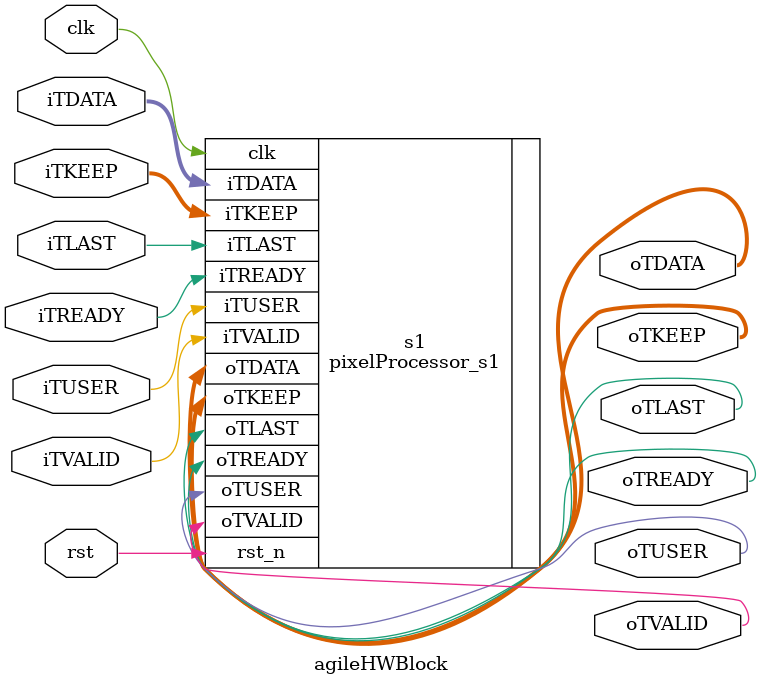
<source format=v>
module agileHWBlock(
    input [31:0]  iTDATA,
    input         iTUSER,
    input [3:0]   iTKEEP,
    input         iTVALID,
    input         iTLAST,
    output        oTREADY,
    output [31:0] oTDATA,
    output        oTUSER,
    output [3:0]  oTKEEP,
    output        oTVALID,
    output        oTLAST,
    input         iTREADY,
    input clk,
    input rst
    );

pixelProcessor_s1
#(
  .MEM_DEPTH(321)
)
s1
(
  .clk(clk),
  .rst_n(rst),

  // ingress port
  .iTDATA(iTDATA),
  .iTUSER(iTUSER),
  .iTKEEP(iTKEEP),
  .iTLAST(iTLAST),
  .iTVALID(iTVALID),
  .oTREADY(oTREADY),

  // egress port
  .oTDATA(oTDATA),
  .oTUSER(oTUSER),
  .oTKEEP(oTKEEP),
  .oTLAST(oTLAST),
  .oTVALID(oTVALID),
  .iTREADY(iTREADY)
);

    
endmodule

</source>
